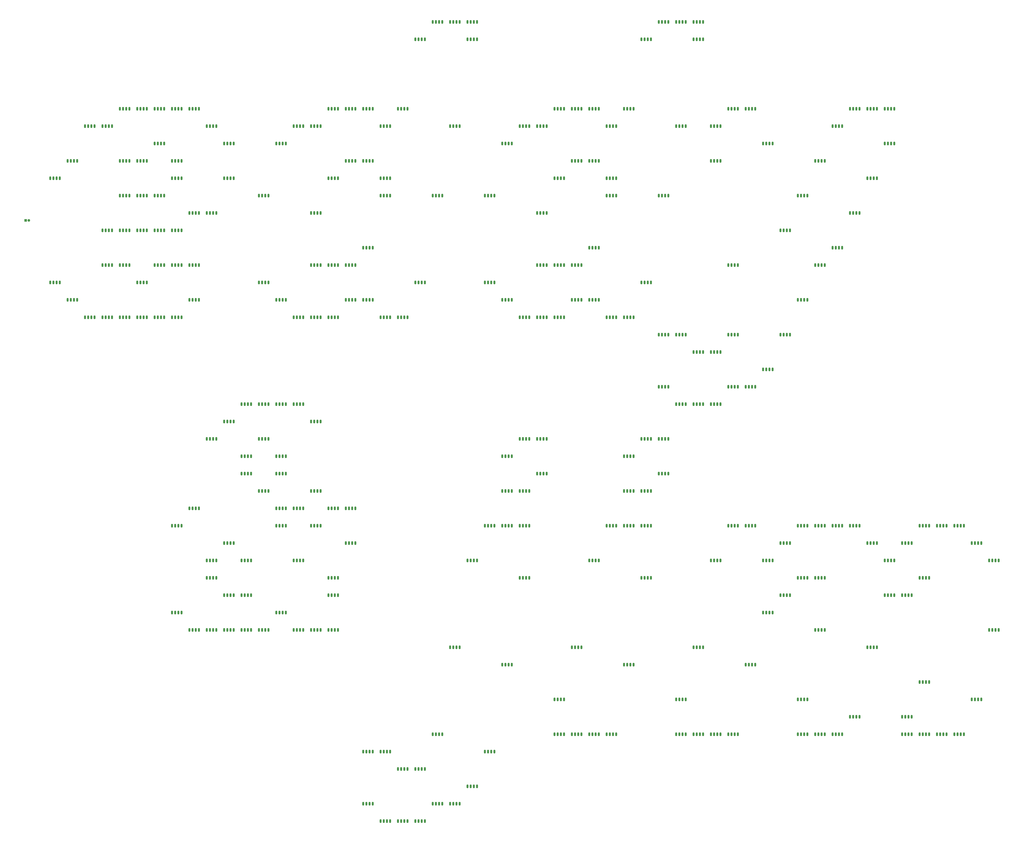
<source format=gbr>
G04 #@! TF.FileFunction,Copper,L1,Top,Signal*
%FSLAX46Y46*%
G04 Gerber Fmt 4.6, Leading zero omitted, Abs format (unit mm)*
G04 Created by KiCad (PCBNEW 4.0.6) date Fri Jun 30 11:12:52 2017*
%MOMM*%
%LPD*%
G01*
G04 APERTURE LIST*
%ADD10C,0.100000*%
%ADD11R,2.032000X2.032000*%
%ADD12O,2.032000X2.032000*%
%ADD13O,1.524000X3.000000*%
G04 APERTURE END LIST*
D10*
D11*
X28183898Y-196495974D03*
D12*
X30723898Y-196495974D03*
D11*
X28183898Y-196495974D03*
D12*
X30723898Y-196495974D03*
D11*
X28183898Y-196495974D03*
D12*
X30723898Y-196495974D03*
D13*
X55476700Y-162777700D03*
X52936700Y-162777700D03*
X50396700Y-162777700D03*
X47856700Y-162777700D03*
X55476700Y-246111100D03*
X52936700Y-246111100D03*
X50396700Y-246111100D03*
X47856700Y-246111100D03*
X61745600Y-260000000D03*
X64285600Y-260000000D03*
X66825600Y-260000000D03*
X69365600Y-260000000D03*
X61745600Y-148888800D03*
X64285600Y-148888800D03*
X66825600Y-148888800D03*
X69365600Y-148888800D03*
X83254400Y-121111100D03*
X80714400Y-121111100D03*
X78174400Y-121111100D03*
X75634400Y-121111100D03*
X83254400Y-273888900D03*
X80714400Y-273888900D03*
X78174400Y-273888900D03*
X75634400Y-273888900D03*
X89523300Y-204444500D03*
X92063300Y-204444500D03*
X94603300Y-204444500D03*
X97143300Y-204444500D03*
X89523300Y-121111100D03*
X92063300Y-121111100D03*
X94603300Y-121111100D03*
X97143300Y-121111100D03*
X89523300Y-273888900D03*
X92063300Y-273888900D03*
X94603300Y-273888900D03*
X97143300Y-273888900D03*
X89523300Y-232222300D03*
X92063300Y-232222300D03*
X94603300Y-232222300D03*
X97143300Y-232222300D03*
X111032200Y-107222300D03*
X108492200Y-107222300D03*
X105952200Y-107222300D03*
X103412200Y-107222300D03*
X111032200Y-148888900D03*
X108492200Y-148888900D03*
X105952200Y-148888900D03*
X103412200Y-148888900D03*
X103412200Y-204444500D03*
X105952200Y-204444500D03*
X108492200Y-204444500D03*
X111032200Y-204444500D03*
X103412200Y-176666700D03*
X105952200Y-176666700D03*
X108492200Y-176666700D03*
X111032200Y-176666700D03*
X111032200Y-232222300D03*
X108492200Y-232222300D03*
X105952200Y-232222300D03*
X103412200Y-232222300D03*
X111032200Y-273888900D03*
X108492200Y-273888900D03*
X105952200Y-273888900D03*
X103412200Y-273888900D03*
X117301100Y-148888900D03*
X119841100Y-148888900D03*
X122381100Y-148888900D03*
X124921100Y-148888900D03*
X117301100Y-107222300D03*
X119841100Y-107222300D03*
X122381100Y-107222300D03*
X124921100Y-107222300D03*
X124921100Y-176666700D03*
X122381100Y-176666700D03*
X119841100Y-176666700D03*
X117301100Y-176666700D03*
X124921100Y-204444500D03*
X122381100Y-204444500D03*
X119841100Y-204444500D03*
X117301100Y-204444500D03*
X117301100Y-273888900D03*
X119841100Y-273888900D03*
X122381100Y-273888900D03*
X124921100Y-273888900D03*
X117301100Y-246111100D03*
X119841100Y-246111100D03*
X122381100Y-246111100D03*
X124921100Y-246111100D03*
X138810000Y-107222200D03*
X136270000Y-107222200D03*
X133730000Y-107222200D03*
X131190000Y-107222200D03*
X138810000Y-135000000D03*
X136270000Y-135000000D03*
X133730000Y-135000000D03*
X131190000Y-135000000D03*
X131190000Y-204444500D03*
X133730000Y-204444500D03*
X136270000Y-204444500D03*
X138810000Y-204444500D03*
X131190000Y-176666700D03*
X133730000Y-176666700D03*
X136270000Y-176666700D03*
X138810000Y-176666700D03*
X138810000Y-232222300D03*
X136270000Y-232222300D03*
X133730000Y-232222300D03*
X131190000Y-232222300D03*
X138810000Y-273888900D03*
X136270000Y-273888900D03*
X133730000Y-273888900D03*
X131190000Y-273888900D03*
X145078900Y-148888900D03*
X147618900Y-148888900D03*
X150158900Y-148888900D03*
X152698900Y-148888900D03*
X145078900Y-107222300D03*
X147618900Y-107222300D03*
X150158900Y-107222300D03*
X152698900Y-107222300D03*
X152698900Y-162777800D03*
X150158900Y-162777800D03*
X147618900Y-162777800D03*
X145078900Y-162777800D03*
X152698900Y-204444400D03*
X150158900Y-204444400D03*
X147618900Y-204444400D03*
X145078900Y-204444400D03*
X145078900Y-273888900D03*
X147618900Y-273888900D03*
X150158900Y-273888900D03*
X152698900Y-273888900D03*
X145078900Y-232222300D03*
X147618900Y-232222300D03*
X150158900Y-232222300D03*
X152698900Y-232222300D03*
X145078900Y-510000000D03*
X147618900Y-510000000D03*
X150158900Y-510000000D03*
X152698900Y-510000000D03*
X145078900Y-440555600D03*
X147618900Y-440555600D03*
X150158900Y-440555600D03*
X152698900Y-440555600D03*
X166587800Y-107222200D03*
X164047800Y-107222200D03*
X161507800Y-107222200D03*
X158967800Y-107222200D03*
X166587800Y-190555600D03*
X164047800Y-190555600D03*
X161507800Y-190555600D03*
X158967800Y-190555600D03*
X166587800Y-232222200D03*
X164047800Y-232222200D03*
X161507800Y-232222200D03*
X158967800Y-232222200D03*
X166587800Y-260000000D03*
X164047800Y-260000000D03*
X161507800Y-260000000D03*
X158967800Y-260000000D03*
X158967800Y-523888900D03*
X161507800Y-523888900D03*
X164047800Y-523888900D03*
X166587800Y-523888900D03*
X158967800Y-426666700D03*
X161507800Y-426666700D03*
X164047800Y-426666700D03*
X166587800Y-426666700D03*
X172856700Y-190555500D03*
X175396700Y-190555500D03*
X177936700Y-190555500D03*
X180476700Y-190555500D03*
X172856700Y-121111100D03*
X175396700Y-121111100D03*
X177936700Y-121111100D03*
X180476700Y-121111100D03*
X172856700Y-468333300D03*
X175396700Y-468333300D03*
X177936700Y-468333300D03*
X180476700Y-468333300D03*
X172856700Y-371111100D03*
X175396700Y-371111100D03*
X177936700Y-371111100D03*
X180476700Y-371111100D03*
X172856700Y-523888900D03*
X175396700Y-523888900D03*
X177936700Y-523888900D03*
X180476700Y-523888900D03*
X172856700Y-482222300D03*
X175396700Y-482222300D03*
X177936700Y-482222300D03*
X180476700Y-482222300D03*
X194365600Y-135000000D03*
X191825600Y-135000000D03*
X189285600Y-135000000D03*
X186745600Y-135000000D03*
X194365600Y-162777800D03*
X191825600Y-162777800D03*
X189285600Y-162777800D03*
X186745600Y-162777800D03*
X186745600Y-454444400D03*
X189285600Y-454444400D03*
X191825600Y-454444400D03*
X194365600Y-454444400D03*
X186745600Y-357222200D03*
X189285600Y-357222200D03*
X191825600Y-357222200D03*
X194365600Y-357222200D03*
X186745600Y-523888900D03*
X189285600Y-523888900D03*
X191825600Y-523888900D03*
X194365600Y-523888900D03*
X186745600Y-496111100D03*
X189285600Y-496111100D03*
X191825600Y-496111100D03*
X194365600Y-496111100D03*
X200634400Y-385000000D03*
X203174400Y-385000000D03*
X205714400Y-385000000D03*
X208254400Y-385000000D03*
X200634400Y-343333400D03*
X203174400Y-343333400D03*
X205714400Y-343333400D03*
X208254400Y-343333400D03*
X200634400Y-468333300D03*
X203174400Y-468333300D03*
X205714400Y-468333300D03*
X208254400Y-468333300D03*
X200634400Y-398888900D03*
X203174400Y-398888900D03*
X205714400Y-398888900D03*
X208254400Y-398888900D03*
X200634400Y-523888900D03*
X203174400Y-523888900D03*
X205714400Y-523888900D03*
X208254400Y-523888900D03*
X200634400Y-496111100D03*
X203174400Y-496111100D03*
X205714400Y-496111100D03*
X208254400Y-496111100D03*
X214523300Y-246111100D03*
X217063300Y-246111100D03*
X219603300Y-246111100D03*
X222143300Y-246111100D03*
X214523300Y-176666700D03*
X217063300Y-176666700D03*
X219603300Y-176666700D03*
X222143300Y-176666700D03*
X214523300Y-371111100D03*
X217063300Y-371111100D03*
X219603300Y-371111100D03*
X222143300Y-371111100D03*
X214523300Y-343333300D03*
X217063300Y-343333300D03*
X219603300Y-343333300D03*
X222143300Y-343333300D03*
X214523300Y-523888900D03*
X217063300Y-523888900D03*
X219603300Y-523888900D03*
X222143300Y-523888900D03*
X214523300Y-412777700D03*
X217063300Y-412777700D03*
X219603300Y-412777700D03*
X222143300Y-412777700D03*
X228412200Y-260000000D03*
X230952200Y-260000000D03*
X233492200Y-260000000D03*
X236032200Y-260000000D03*
X228412200Y-135000000D03*
X230952200Y-135000000D03*
X233492200Y-135000000D03*
X236032200Y-135000000D03*
X228412200Y-385000000D03*
X230952200Y-385000000D03*
X233492200Y-385000000D03*
X236032200Y-385000000D03*
X228412200Y-343333400D03*
X230952200Y-343333400D03*
X233492200Y-343333400D03*
X236032200Y-343333400D03*
X228412200Y-426666700D03*
X230952200Y-426666700D03*
X233492200Y-426666700D03*
X236032200Y-426666700D03*
X228412200Y-398888900D03*
X230952200Y-398888900D03*
X233492200Y-398888900D03*
X236032200Y-398888900D03*
X228412200Y-510000000D03*
X230952200Y-510000000D03*
X233492200Y-510000000D03*
X236032200Y-510000000D03*
X228412200Y-440555600D03*
X230952200Y-440555600D03*
X233492200Y-440555600D03*
X236032200Y-440555600D03*
X242301100Y-273888900D03*
X244841100Y-273888900D03*
X247381100Y-273888900D03*
X249921100Y-273888900D03*
X242301100Y-121111100D03*
X244841100Y-121111100D03*
X247381100Y-121111100D03*
X249921100Y-121111100D03*
X242301100Y-426666700D03*
X244841100Y-426666700D03*
X247381100Y-426666700D03*
X249921100Y-426666700D03*
X242301100Y-343333300D03*
X244841100Y-343333300D03*
X247381100Y-343333300D03*
X249921100Y-343333300D03*
X242301100Y-523888900D03*
X244841100Y-523888900D03*
X247381100Y-523888900D03*
X249921100Y-523888900D03*
X242301100Y-468333300D03*
X244841100Y-468333300D03*
X247381100Y-468333300D03*
X249921100Y-468333300D03*
X256190000Y-190555500D03*
X258730000Y-190555500D03*
X261270000Y-190555500D03*
X263810000Y-190555500D03*
X256190000Y-121111100D03*
X258730000Y-121111100D03*
X261270000Y-121111100D03*
X263810000Y-121111100D03*
X256190000Y-273888900D03*
X258730000Y-273888900D03*
X261270000Y-273888900D03*
X263810000Y-273888900D03*
X256190000Y-232222300D03*
X258730000Y-232222300D03*
X261270000Y-232222300D03*
X263810000Y-232222300D03*
X256190000Y-412777800D03*
X258730000Y-412777800D03*
X261270000Y-412777800D03*
X263810000Y-412777800D03*
X256190000Y-357222200D03*
X258730000Y-357222200D03*
X261270000Y-357222200D03*
X263810000Y-357222200D03*
X256190000Y-523888900D03*
X258730000Y-523888900D03*
X261270000Y-523888900D03*
X263810000Y-523888900D03*
X256190000Y-440555500D03*
X258730000Y-440555500D03*
X261270000Y-440555500D03*
X263810000Y-440555500D03*
X270078900Y-162777800D03*
X272618900Y-162777800D03*
X275158900Y-162777800D03*
X277698900Y-162777800D03*
X270078900Y-107222200D03*
X272618900Y-107222200D03*
X275158900Y-107222200D03*
X277698900Y-107222200D03*
X270078900Y-273888900D03*
X272618900Y-273888900D03*
X275158900Y-273888900D03*
X277698900Y-273888900D03*
X270078900Y-232222300D03*
X272618900Y-232222300D03*
X275158900Y-232222300D03*
X277698900Y-232222300D03*
X270078900Y-482222200D03*
X272618900Y-482222200D03*
X275158900Y-482222200D03*
X277698900Y-482222200D03*
X270078900Y-426666600D03*
X272618900Y-426666600D03*
X275158900Y-426666600D03*
X277698900Y-426666600D03*
X270078900Y-523888900D03*
X272618900Y-523888900D03*
X275158900Y-523888900D03*
X277698900Y-523888900D03*
X270078900Y-496111100D03*
X272618900Y-496111100D03*
X275158900Y-496111100D03*
X277698900Y-496111100D03*
X283967800Y-148888900D03*
X286507800Y-148888900D03*
X289047800Y-148888900D03*
X291587800Y-148888900D03*
X283967800Y-107222300D03*
X286507800Y-107222300D03*
X289047800Y-107222300D03*
X291587800Y-107222300D03*
X283967800Y-260000000D03*
X286507800Y-260000000D03*
X289047800Y-260000000D03*
X291587800Y-260000000D03*
X283967800Y-232222200D03*
X286507800Y-232222200D03*
X289047800Y-232222200D03*
X291587800Y-232222200D03*
X283967800Y-454444500D03*
X286507800Y-454444500D03*
X289047800Y-454444500D03*
X291587800Y-454444500D03*
X283967800Y-426666700D03*
X286507800Y-426666700D03*
X289047800Y-426666700D03*
X291587800Y-426666700D03*
X297856700Y-148888900D03*
X300396700Y-148888900D03*
X302936700Y-148888900D03*
X305476700Y-148888900D03*
X297856700Y-107222300D03*
X300396700Y-107222300D03*
X302936700Y-107222300D03*
X305476700Y-107222300D03*
X297856700Y-260000000D03*
X300396700Y-260000000D03*
X302936700Y-260000000D03*
X305476700Y-260000000D03*
X297856700Y-218333400D03*
X300396700Y-218333400D03*
X302936700Y-218333400D03*
X305476700Y-218333400D03*
X297856700Y-662777700D03*
X300396700Y-662777700D03*
X302936700Y-662777700D03*
X305476700Y-662777700D03*
X297856700Y-621111100D03*
X300396700Y-621111100D03*
X302936700Y-621111100D03*
X305476700Y-621111100D03*
X311745600Y-162777700D03*
X314285600Y-162777700D03*
X316825600Y-162777700D03*
X319365600Y-162777700D03*
X311745600Y-121111100D03*
X314285600Y-121111100D03*
X316825600Y-121111100D03*
X319365600Y-121111100D03*
X311745600Y-273888900D03*
X314285600Y-273888900D03*
X316825600Y-273888900D03*
X319365600Y-273888900D03*
X311745600Y-176666700D03*
X314285600Y-176666700D03*
X316825600Y-176666700D03*
X319365600Y-176666700D03*
X311745600Y-676666700D03*
X314285600Y-676666700D03*
X316825600Y-676666700D03*
X319365600Y-676666700D03*
X311745600Y-621111100D03*
X314285600Y-621111100D03*
X316825600Y-621111100D03*
X319365600Y-621111100D03*
X325634400Y-273888900D03*
X328174400Y-273888900D03*
X330714400Y-273888900D03*
X333254400Y-273888900D03*
X325634400Y-107222300D03*
X328174400Y-107222300D03*
X330714400Y-107222300D03*
X333254400Y-107222300D03*
X325634400Y-676666600D03*
X328174400Y-676666600D03*
X330714400Y-676666600D03*
X333254400Y-676666600D03*
X325634400Y-635000000D03*
X328174400Y-635000000D03*
X330714400Y-635000000D03*
X333254400Y-635000000D03*
X339523300Y-246111100D03*
X342063300Y-246111100D03*
X344603300Y-246111100D03*
X347143300Y-246111100D03*
X339523300Y-51666700D03*
X342063300Y-51666700D03*
X344603300Y-51666700D03*
X347143300Y-51666700D03*
X339523300Y-676666600D03*
X342063300Y-676666600D03*
X344603300Y-676666600D03*
X347143300Y-676666600D03*
X339523300Y-635000000D03*
X342063300Y-635000000D03*
X344603300Y-635000000D03*
X347143300Y-635000000D03*
X353412200Y-176666600D03*
X355952200Y-176666600D03*
X358492200Y-176666600D03*
X361032200Y-176666600D03*
X353412200Y-37777800D03*
X355952200Y-37777800D03*
X358492200Y-37777800D03*
X361032200Y-37777800D03*
X353412200Y-662777800D03*
X355952200Y-662777800D03*
X358492200Y-662777800D03*
X361032200Y-662777800D03*
X353412200Y-607222200D03*
X355952200Y-607222200D03*
X358492200Y-607222200D03*
X361032200Y-607222200D03*
X367301100Y-121111100D03*
X369841100Y-121111100D03*
X372381100Y-121111100D03*
X374921100Y-121111100D03*
X367301100Y-37777700D03*
X369841100Y-37777700D03*
X372381100Y-37777700D03*
X374921100Y-37777700D03*
X367301100Y-662777800D03*
X369841100Y-662777800D03*
X372381100Y-662777800D03*
X374921100Y-662777800D03*
X367301100Y-537777800D03*
X369841100Y-537777800D03*
X372381100Y-537777800D03*
X374921100Y-537777800D03*
X381190000Y-51666600D03*
X383730000Y-51666600D03*
X386270000Y-51666600D03*
X388810000Y-51666600D03*
X381190000Y-37777800D03*
X383730000Y-37777800D03*
X386270000Y-37777800D03*
X388810000Y-37777800D03*
X381190000Y-648888900D03*
X383730000Y-648888900D03*
X386270000Y-648888900D03*
X388810000Y-648888900D03*
X381190000Y-468333300D03*
X383730000Y-468333300D03*
X386270000Y-468333300D03*
X388810000Y-468333300D03*
X395078900Y-246111100D03*
X397618900Y-246111100D03*
X400158900Y-246111100D03*
X402698900Y-246111100D03*
X395078900Y-176666700D03*
X397618900Y-176666700D03*
X400158900Y-176666700D03*
X402698900Y-176666700D03*
X395078900Y-621111100D03*
X397618900Y-621111100D03*
X400158900Y-621111100D03*
X402698900Y-621111100D03*
X395078900Y-440555500D03*
X397618900Y-440555500D03*
X400158900Y-440555500D03*
X402698900Y-440555500D03*
X408967800Y-260000000D03*
X411507800Y-260000000D03*
X414047800Y-260000000D03*
X416587800Y-260000000D03*
X408967800Y-135000000D03*
X411507800Y-135000000D03*
X414047800Y-135000000D03*
X416587800Y-135000000D03*
X408967800Y-412777800D03*
X411507800Y-412777800D03*
X414047800Y-412777800D03*
X416587800Y-412777800D03*
X408967800Y-385000000D03*
X411507800Y-385000000D03*
X414047800Y-385000000D03*
X416587800Y-385000000D03*
X408967800Y-551666700D03*
X411507800Y-551666700D03*
X414047800Y-551666700D03*
X416587800Y-551666700D03*
X408967800Y-440555500D03*
X411507800Y-440555500D03*
X414047800Y-440555500D03*
X416587800Y-440555500D03*
X422856700Y-273888900D03*
X425396700Y-273888900D03*
X427936700Y-273888900D03*
X430476700Y-273888900D03*
X422856700Y-121111100D03*
X425396700Y-121111100D03*
X427936700Y-121111100D03*
X430476700Y-121111100D03*
X422856700Y-412777700D03*
X425396700Y-412777700D03*
X427936700Y-412777700D03*
X430476700Y-412777700D03*
X422856700Y-371111100D03*
X425396700Y-371111100D03*
X427936700Y-371111100D03*
X430476700Y-371111100D03*
X422856700Y-482222200D03*
X425396700Y-482222200D03*
X427936700Y-482222200D03*
X430476700Y-482222200D03*
X422856700Y-440555600D03*
X425396700Y-440555600D03*
X427936700Y-440555600D03*
X430476700Y-440555600D03*
X436745600Y-190555500D03*
X439285600Y-190555500D03*
X441825600Y-190555500D03*
X444365600Y-190555500D03*
X436745600Y-121111100D03*
X439285600Y-121111100D03*
X441825600Y-121111100D03*
X444365600Y-121111100D03*
X436745600Y-273888900D03*
X439285600Y-273888900D03*
X441825600Y-273888900D03*
X444365600Y-273888900D03*
X436745600Y-232222300D03*
X439285600Y-232222300D03*
X441825600Y-232222300D03*
X444365600Y-232222300D03*
X436745600Y-398888900D03*
X439285600Y-398888900D03*
X441825600Y-398888900D03*
X444365600Y-398888900D03*
X436745600Y-371111100D03*
X439285600Y-371111100D03*
X441825600Y-371111100D03*
X444365600Y-371111100D03*
X450634400Y-162777800D03*
X453174400Y-162777800D03*
X455714400Y-162777800D03*
X458254400Y-162777800D03*
X450634400Y-107222200D03*
X453174400Y-107222200D03*
X455714400Y-107222200D03*
X458254400Y-107222200D03*
X450634400Y-273888900D03*
X453174400Y-273888900D03*
X455714400Y-273888900D03*
X458254400Y-273888900D03*
X450634400Y-232222300D03*
X453174400Y-232222300D03*
X455714400Y-232222300D03*
X458254400Y-232222300D03*
X450634400Y-607222200D03*
X453174400Y-607222200D03*
X455714400Y-607222200D03*
X458254400Y-607222200D03*
X450634400Y-579444400D03*
X453174400Y-579444400D03*
X455714400Y-579444400D03*
X458254400Y-579444400D03*
X464523300Y-148888900D03*
X467063300Y-148888900D03*
X469603300Y-148888900D03*
X472143300Y-148888900D03*
X464523300Y-107222300D03*
X467063300Y-107222300D03*
X469603300Y-107222300D03*
X472143300Y-107222300D03*
X464523300Y-260000000D03*
X467063300Y-260000000D03*
X469603300Y-260000000D03*
X472143300Y-260000000D03*
X464523300Y-232222200D03*
X467063300Y-232222200D03*
X469603300Y-232222200D03*
X472143300Y-232222200D03*
X464523300Y-607222200D03*
X467063300Y-607222200D03*
X469603300Y-607222200D03*
X472143300Y-607222200D03*
X464523300Y-537777800D03*
X467063300Y-537777800D03*
X469603300Y-537777800D03*
X472143300Y-537777800D03*
X478412200Y-148888900D03*
X480952200Y-148888900D03*
X483492200Y-148888900D03*
X486032200Y-148888900D03*
X478412200Y-107222300D03*
X480952200Y-107222300D03*
X483492200Y-107222300D03*
X486032200Y-107222300D03*
X478412200Y-260000000D03*
X480952200Y-260000000D03*
X483492200Y-260000000D03*
X486032200Y-260000000D03*
X478412200Y-218333400D03*
X480952200Y-218333400D03*
X483492200Y-218333400D03*
X486032200Y-218333400D03*
X478412200Y-607222200D03*
X480952200Y-607222200D03*
X483492200Y-607222200D03*
X486032200Y-607222200D03*
X478412200Y-468333400D03*
X480952200Y-468333400D03*
X483492200Y-468333400D03*
X486032200Y-468333400D03*
X492301100Y-162777700D03*
X494841100Y-162777700D03*
X497381100Y-162777700D03*
X499921100Y-162777700D03*
X492301100Y-121111100D03*
X494841100Y-121111100D03*
X497381100Y-121111100D03*
X499921100Y-121111100D03*
X492301100Y-273888900D03*
X494841100Y-273888900D03*
X497381100Y-273888900D03*
X499921100Y-273888900D03*
X492301100Y-176666700D03*
X494841100Y-176666700D03*
X497381100Y-176666700D03*
X499921100Y-176666700D03*
X492301100Y-607222200D03*
X494841100Y-607222200D03*
X497381100Y-607222200D03*
X499921100Y-607222200D03*
X492301100Y-440555600D03*
X494841100Y-440555600D03*
X497381100Y-440555600D03*
X499921100Y-440555600D03*
X506190000Y-273888900D03*
X508730000Y-273888900D03*
X511270000Y-273888900D03*
X513810000Y-273888900D03*
X506190000Y-107222300D03*
X508730000Y-107222300D03*
X511270000Y-107222300D03*
X513810000Y-107222300D03*
X506190000Y-412777800D03*
X508730000Y-412777800D03*
X511270000Y-412777800D03*
X513810000Y-412777800D03*
X506190000Y-385000000D03*
X508730000Y-385000000D03*
X511270000Y-385000000D03*
X513810000Y-385000000D03*
X506190000Y-551666700D03*
X508730000Y-551666700D03*
X511270000Y-551666700D03*
X513810000Y-551666700D03*
X506190000Y-440555500D03*
X508730000Y-440555500D03*
X511270000Y-440555500D03*
X513810000Y-440555500D03*
X520078900Y-246111100D03*
X522618900Y-246111100D03*
X525158900Y-246111100D03*
X527698900Y-246111100D03*
X520078900Y-51666700D03*
X522618900Y-51666700D03*
X525158900Y-51666700D03*
X527698900Y-51666700D03*
X520078900Y-412777700D03*
X522618900Y-412777700D03*
X525158900Y-412777700D03*
X527698900Y-412777700D03*
X520078900Y-371111100D03*
X522618900Y-371111100D03*
X525158900Y-371111100D03*
X527698900Y-371111100D03*
X520078900Y-482222200D03*
X522618900Y-482222200D03*
X525158900Y-482222200D03*
X527698900Y-482222200D03*
X520078900Y-440555600D03*
X522618900Y-440555600D03*
X525158900Y-440555600D03*
X527698900Y-440555600D03*
X533967800Y-176666600D03*
X536507800Y-176666600D03*
X539047800Y-176666600D03*
X541587800Y-176666600D03*
X533967800Y-37777800D03*
X536507800Y-37777800D03*
X539047800Y-37777800D03*
X541587800Y-37777800D03*
X533967800Y-329444400D03*
X536507800Y-329444400D03*
X539047800Y-329444400D03*
X541587800Y-329444400D03*
X533967800Y-287777800D03*
X536507800Y-287777800D03*
X539047800Y-287777800D03*
X541587800Y-287777800D03*
X533967800Y-398888900D03*
X536507800Y-398888900D03*
X539047800Y-398888900D03*
X541587800Y-398888900D03*
X533967800Y-371111100D03*
X536507800Y-371111100D03*
X539047800Y-371111100D03*
X541587800Y-371111100D03*
X547856700Y-121111100D03*
X550396700Y-121111100D03*
X552936700Y-121111100D03*
X555476700Y-121111100D03*
X547856700Y-37777700D03*
X550396700Y-37777700D03*
X552936700Y-37777700D03*
X555476700Y-37777700D03*
X547856700Y-343333400D03*
X550396700Y-343333400D03*
X552936700Y-343333400D03*
X555476700Y-343333400D03*
X547856700Y-287777800D03*
X550396700Y-287777800D03*
X552936700Y-287777800D03*
X555476700Y-287777800D03*
X547856700Y-607222200D03*
X550396700Y-607222200D03*
X552936700Y-607222200D03*
X555476700Y-607222200D03*
X547856700Y-579444400D03*
X550396700Y-579444400D03*
X552936700Y-579444400D03*
X555476700Y-579444400D03*
X561745600Y-51666600D03*
X564285600Y-51666600D03*
X566825600Y-51666600D03*
X569365600Y-51666600D03*
X561745600Y-37777800D03*
X564285600Y-37777800D03*
X566825600Y-37777800D03*
X569365600Y-37777800D03*
X561745600Y-343333300D03*
X564285600Y-343333300D03*
X566825600Y-343333300D03*
X569365600Y-343333300D03*
X561745600Y-301666700D03*
X564285600Y-301666700D03*
X566825600Y-301666700D03*
X569365600Y-301666700D03*
X561745600Y-607222200D03*
X564285600Y-607222200D03*
X566825600Y-607222200D03*
X569365600Y-607222200D03*
X561745600Y-537777800D03*
X564285600Y-537777800D03*
X566825600Y-537777800D03*
X569365600Y-537777800D03*
X575634400Y-148888900D03*
X578174400Y-148888900D03*
X580714400Y-148888900D03*
X583254400Y-148888900D03*
X575634400Y-121111100D03*
X578174400Y-121111100D03*
X580714400Y-121111100D03*
X583254400Y-121111100D03*
X575634400Y-343333300D03*
X578174400Y-343333300D03*
X580714400Y-343333300D03*
X583254400Y-343333300D03*
X575634400Y-301666700D03*
X578174400Y-301666700D03*
X580714400Y-301666700D03*
X583254400Y-301666700D03*
X575634400Y-607222200D03*
X578174400Y-607222200D03*
X580714400Y-607222200D03*
X583254400Y-607222200D03*
X575634400Y-468333400D03*
X578174400Y-468333400D03*
X580714400Y-468333400D03*
X583254400Y-468333400D03*
X589523300Y-232222200D03*
X592063300Y-232222200D03*
X594603300Y-232222200D03*
X597143300Y-232222200D03*
X589523300Y-107222200D03*
X592063300Y-107222200D03*
X594603300Y-107222200D03*
X597143300Y-107222200D03*
X589523300Y-329444400D03*
X592063300Y-329444400D03*
X594603300Y-329444400D03*
X597143300Y-329444400D03*
X589523300Y-287777800D03*
X592063300Y-287777800D03*
X594603300Y-287777800D03*
X597143300Y-287777800D03*
X589523300Y-607222200D03*
X592063300Y-607222200D03*
X594603300Y-607222200D03*
X597143300Y-607222200D03*
X589523300Y-440555600D03*
X592063300Y-440555600D03*
X594603300Y-440555600D03*
X597143300Y-440555600D03*
X603412200Y-329444400D03*
X605952200Y-329444400D03*
X608492200Y-329444400D03*
X611032200Y-329444400D03*
X603412200Y-107222200D03*
X605952200Y-107222200D03*
X608492200Y-107222200D03*
X611032200Y-107222200D03*
X603412200Y-551666700D03*
X605952200Y-551666700D03*
X608492200Y-551666700D03*
X611032200Y-551666700D03*
X603412200Y-440555500D03*
X605952200Y-440555500D03*
X608492200Y-440555500D03*
X611032200Y-440555500D03*
X617301100Y-315555600D03*
X619841100Y-315555600D03*
X622381100Y-315555600D03*
X624921100Y-315555600D03*
X617301100Y-135000000D03*
X619841100Y-135000000D03*
X622381100Y-135000000D03*
X624921100Y-135000000D03*
X617301100Y-510000000D03*
X619841100Y-510000000D03*
X622381100Y-510000000D03*
X624921100Y-510000000D03*
X617301100Y-468333400D03*
X619841100Y-468333400D03*
X622381100Y-468333400D03*
X624921100Y-468333400D03*
X631190000Y-287777800D03*
X633730000Y-287777800D03*
X636270000Y-287777800D03*
X638810000Y-287777800D03*
X631190000Y-204444400D03*
X633730000Y-204444400D03*
X636270000Y-204444400D03*
X638810000Y-204444400D03*
X631190000Y-496111100D03*
X633730000Y-496111100D03*
X636270000Y-496111100D03*
X638810000Y-496111100D03*
X631190000Y-454444500D03*
X633730000Y-454444500D03*
X636270000Y-454444500D03*
X638810000Y-454444500D03*
X645078900Y-260000000D03*
X647618900Y-260000000D03*
X650158900Y-260000000D03*
X652698900Y-260000000D03*
X645078900Y-176666600D03*
X647618900Y-176666600D03*
X650158900Y-176666600D03*
X652698900Y-176666600D03*
X645078900Y-482222200D03*
X647618900Y-482222200D03*
X650158900Y-482222200D03*
X652698900Y-482222200D03*
X645078900Y-440555600D03*
X647618900Y-440555600D03*
X650158900Y-440555600D03*
X652698900Y-440555600D03*
X645078900Y-607222200D03*
X647618900Y-607222200D03*
X650158900Y-607222200D03*
X652698900Y-607222200D03*
X645078900Y-579444400D03*
X647618900Y-579444400D03*
X650158900Y-579444400D03*
X652698900Y-579444400D03*
X658967800Y-232222300D03*
X661507800Y-232222300D03*
X664047800Y-232222300D03*
X666587800Y-232222300D03*
X658967800Y-148888900D03*
X661507800Y-148888900D03*
X664047800Y-148888900D03*
X666587800Y-148888900D03*
X658967800Y-482222200D03*
X661507800Y-482222200D03*
X664047800Y-482222200D03*
X666587800Y-482222200D03*
X658967800Y-440555600D03*
X661507800Y-440555600D03*
X664047800Y-440555600D03*
X666587800Y-440555600D03*
X658967800Y-607222300D03*
X661507800Y-607222300D03*
X664047800Y-607222300D03*
X666587800Y-607222300D03*
X658967800Y-523888900D03*
X661507800Y-523888900D03*
X664047800Y-523888900D03*
X666587800Y-523888900D03*
X672856700Y-218333300D03*
X675396700Y-218333300D03*
X677936700Y-218333300D03*
X680476700Y-218333300D03*
X672856700Y-121111100D03*
X675396700Y-121111100D03*
X677936700Y-121111100D03*
X680476700Y-121111100D03*
X672856700Y-607222200D03*
X675396700Y-607222200D03*
X677936700Y-607222200D03*
X680476700Y-607222200D03*
X672856700Y-440555600D03*
X675396700Y-440555600D03*
X677936700Y-440555600D03*
X680476700Y-440555600D03*
X686745600Y-190555600D03*
X689285600Y-190555600D03*
X691825600Y-190555600D03*
X694365600Y-190555600D03*
X686745600Y-107222200D03*
X689285600Y-107222200D03*
X691825600Y-107222200D03*
X694365600Y-107222200D03*
X686745600Y-593333300D03*
X689285600Y-593333300D03*
X691825600Y-593333300D03*
X694365600Y-593333300D03*
X686745600Y-440555500D03*
X689285600Y-440555500D03*
X691825600Y-440555500D03*
X694365600Y-440555500D03*
X700634400Y-162777800D03*
X703174400Y-162777800D03*
X705714400Y-162777800D03*
X708254400Y-162777800D03*
X700634400Y-107222200D03*
X703174400Y-107222200D03*
X705714400Y-107222200D03*
X708254400Y-107222200D03*
X700634400Y-537777800D03*
X703174400Y-537777800D03*
X705714400Y-537777800D03*
X708254400Y-537777800D03*
X700634400Y-454444400D03*
X703174400Y-454444400D03*
X705714400Y-454444400D03*
X708254400Y-454444400D03*
X714523300Y-135000000D03*
X717063300Y-135000000D03*
X719603300Y-135000000D03*
X722143300Y-135000000D03*
X714523300Y-107222200D03*
X717063300Y-107222200D03*
X719603300Y-107222200D03*
X722143300Y-107222200D03*
X714523300Y-496111100D03*
X717063300Y-496111100D03*
X719603300Y-496111100D03*
X722143300Y-496111100D03*
X714523300Y-468333300D03*
X717063300Y-468333300D03*
X719603300Y-468333300D03*
X722143300Y-468333300D03*
X728412200Y-496111100D03*
X730952200Y-496111100D03*
X733492200Y-496111100D03*
X736032200Y-496111100D03*
X728412200Y-454444500D03*
X730952200Y-454444500D03*
X733492200Y-454444500D03*
X736032200Y-454444500D03*
X728412200Y-607222200D03*
X730952200Y-607222200D03*
X733492200Y-607222200D03*
X736032200Y-607222200D03*
X728412200Y-593333400D03*
X730952200Y-593333400D03*
X733492200Y-593333400D03*
X736032200Y-593333400D03*
X742301100Y-482222200D03*
X744841100Y-482222200D03*
X747381100Y-482222200D03*
X749921100Y-482222200D03*
X742301100Y-440555600D03*
X744841100Y-440555600D03*
X747381100Y-440555600D03*
X749921100Y-440555600D03*
X742301100Y-607222200D03*
X744841100Y-607222200D03*
X747381100Y-607222200D03*
X749921100Y-607222200D03*
X742301100Y-565555600D03*
X744841100Y-565555600D03*
X747381100Y-565555600D03*
X749921100Y-565555600D03*
X756190000Y-607222200D03*
X758730000Y-607222200D03*
X761270000Y-607222200D03*
X763810000Y-607222200D03*
X756190000Y-440555600D03*
X758730000Y-440555600D03*
X761270000Y-440555600D03*
X763810000Y-440555600D03*
X770078900Y-607222200D03*
X772618900Y-607222200D03*
X775158900Y-607222200D03*
X777698900Y-607222200D03*
X770078900Y-440555600D03*
X772618900Y-440555600D03*
X775158900Y-440555600D03*
X777698900Y-440555600D03*
X783967800Y-579444400D03*
X786507800Y-579444400D03*
X789047800Y-579444400D03*
X791587800Y-579444400D03*
X783967800Y-454444400D03*
X786507800Y-454444400D03*
X789047800Y-454444400D03*
X791587800Y-454444400D03*
X797856700Y-523888900D03*
X800396700Y-523888900D03*
X802936700Y-523888900D03*
X805476700Y-523888900D03*
X797856700Y-468333300D03*
X800396700Y-468333300D03*
X802936700Y-468333300D03*
X805476700Y-468333300D03*
M02*

</source>
